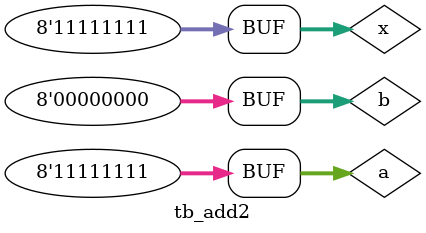
<source format=sv>

`timescale 1ns/1ps

module tb_add2();
reg [7:0] a, b;
reg [8:0] c;
reg [7:0] x;

initial 
begin
a=0; b=255;

for (x=0; x<255; x=x+1) begin
#(10) a=a+1; b=b-1; 
end

end

add2 u0(a,b,c);


endmodule
</source>
